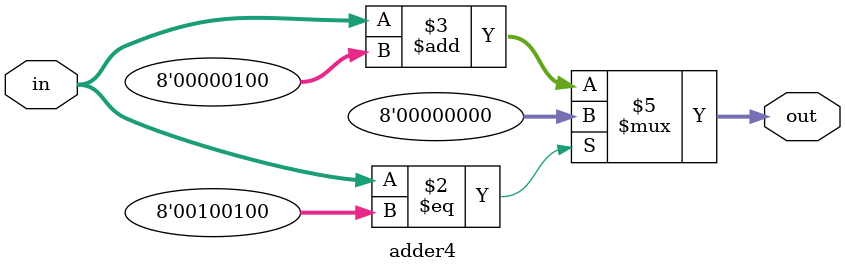
<source format=sv>
module adder4 (
input logic [7:0] in,
output logic [7:0] out);


always @(*) begin
	if (in == 8'd36)
		out = 5'b00000;
	else
		out <= in + 8'h4;
end

endmodule

</source>
